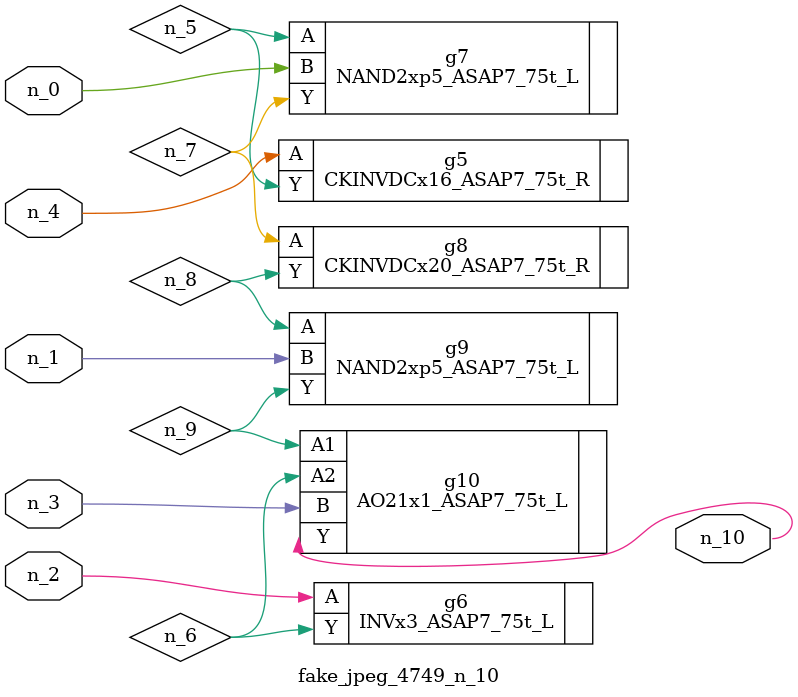
<source format=v>
module fake_jpeg_4749_n_10 (n_3, n_2, n_1, n_0, n_4, n_10);

input n_3;
input n_2;
input n_1;
input n_0;
input n_4;

output n_10;

wire n_8;
wire n_9;
wire n_6;
wire n_5;
wire n_7;

CKINVDCx16_ASAP7_75t_R g5 ( 
.A(n_4),
.Y(n_5)
);

INVx3_ASAP7_75t_L g6 ( 
.A(n_2),
.Y(n_6)
);

NAND2xp5_ASAP7_75t_L g7 ( 
.A(n_5),
.B(n_0),
.Y(n_7)
);

CKINVDCx20_ASAP7_75t_R g8 ( 
.A(n_7),
.Y(n_8)
);

NAND2xp5_ASAP7_75t_L g9 ( 
.A(n_8),
.B(n_1),
.Y(n_9)
);

AO21x1_ASAP7_75t_L g10 ( 
.A1(n_9),
.A2(n_6),
.B(n_3),
.Y(n_10)
);


endmodule
</source>
